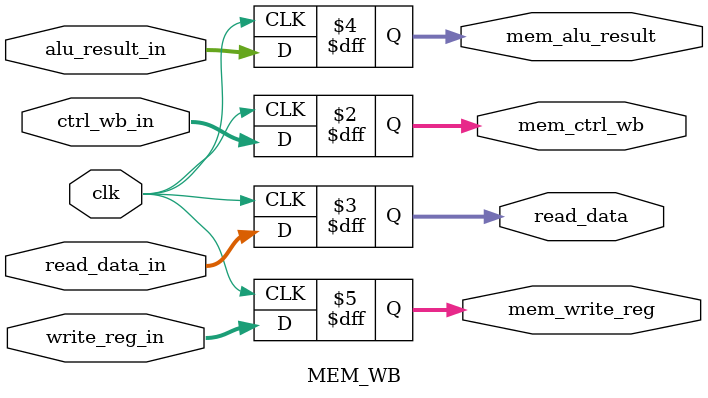
<source format=v>
module MEM_WB(
	input clk,
	input 	[1:0]	ctrl_wb_in,
	input	[31:0]	read_data_in,
	input	[31:0]	alu_result_in,
	input	[4:0]	write_reg_in,
	output reg 	[1:0]	mem_ctrl_wb,
	output reg 	[31:0]	read_data,
	output reg 	[31:0]	mem_alu_result,
	output reg 	[4:0]	mem_write_reg
);


	always @ (posedge clk)
		begin
			mem_ctrl_wb <= ctrl_wb_in;
			read_data 	<= read_data_in;
			mem_alu_result	<= alu_result_in;
			mem_write_reg 	<= write_reg_in;
		end
endmodule
</source>
